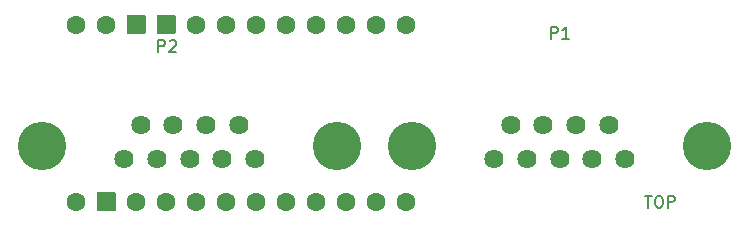
<source format=gbr>
G04 #@! TF.GenerationSoftware,KiCad,Pcbnew,(5.1.10-1-10_14)*
G04 #@! TF.CreationDate,2021-10-26T20:18:43-04:00*
G04 #@! TF.ProjectId,DaemonBite_MD2,4461656d-6f6e-4426-9974-655f4d44322e,1*
G04 #@! TF.SameCoordinates,Original*
G04 #@! TF.FileFunction,Soldermask,Top*
G04 #@! TF.FilePolarity,Negative*
%FSLAX46Y46*%
G04 Gerber Fmt 4.6, Leading zero omitted, Abs format (unit mm)*
G04 Created by KiCad (PCBNEW (5.1.10-1-10_14)) date 2021-10-26 20:18:43*
%MOMM*%
%LPD*%
G01*
G04 APERTURE LIST*
%ADD10C,0.154000*%
%ADD11C,0.150000*%
%ADD12C,4.101600*%
%ADD13C,1.625600*%
%ADD14C,1.601600*%
G04 APERTURE END LIST*
D10*
X158600476Y-104082380D02*
X159171904Y-104082380D01*
X158886190Y-105082380D02*
X158886190Y-104082380D01*
X159695714Y-104082380D02*
X159886190Y-104082380D01*
X159981428Y-104130000D01*
X160076666Y-104225238D01*
X160124285Y-104415714D01*
X160124285Y-104749047D01*
X160076666Y-104939523D01*
X159981428Y-105034761D01*
X159886190Y-105082380D01*
X159695714Y-105082380D01*
X159600476Y-105034761D01*
X159505238Y-104939523D01*
X159457619Y-104749047D01*
X159457619Y-104415714D01*
X159505238Y-104225238D01*
X159600476Y-104130000D01*
X159695714Y-104082380D01*
X160552857Y-105082380D02*
X160552857Y-104082380D01*
X160933809Y-104082380D01*
X161029047Y-104130000D01*
X161076666Y-104177619D01*
X161124285Y-104272857D01*
X161124285Y-104415714D01*
X161076666Y-104510952D01*
X161029047Y-104558571D01*
X160933809Y-104606190D01*
X160552857Y-104606190D01*
D11*
X150651904Y-90762380D02*
X150651904Y-89762380D01*
X151032857Y-89762380D01*
X151128095Y-89810000D01*
X151175714Y-89857619D01*
X151223333Y-89952857D01*
X151223333Y-90095714D01*
X151175714Y-90190952D01*
X151128095Y-90238571D01*
X151032857Y-90286190D01*
X150651904Y-90286190D01*
X152175714Y-90762380D02*
X151604285Y-90762380D01*
X151890000Y-90762380D02*
X151890000Y-89762380D01*
X151794761Y-89905238D01*
X151699523Y-90000476D01*
X151604285Y-90048095D01*
X117401904Y-91892380D02*
X117401904Y-90892380D01*
X117782857Y-90892380D01*
X117878095Y-90940000D01*
X117925714Y-90987619D01*
X117973333Y-91082857D01*
X117973333Y-91225714D01*
X117925714Y-91320952D01*
X117878095Y-91368571D01*
X117782857Y-91416190D01*
X117401904Y-91416190D01*
X118354285Y-90987619D02*
X118401904Y-90940000D01*
X118497142Y-90892380D01*
X118735238Y-90892380D01*
X118830476Y-90940000D01*
X118878095Y-90987619D01*
X118925714Y-91082857D01*
X118925714Y-91178095D01*
X118878095Y-91320952D01*
X118306666Y-91892380D01*
X118925714Y-91892380D01*
D12*
X138880000Y-99840000D03*
X163870000Y-99840000D03*
D13*
X147230000Y-98090000D03*
X150000000Y-98090000D03*
X152770000Y-98090000D03*
X155540000Y-98090000D03*
X145845000Y-100930000D03*
X148615000Y-100930000D03*
X151385000Y-100930000D03*
X154155000Y-100930000D03*
X156925000Y-100930000D03*
D12*
X107560000Y-99840000D03*
X132550000Y-99840000D03*
D13*
X115910000Y-98090000D03*
X118680000Y-98090000D03*
X121450000Y-98090000D03*
X124220000Y-98090000D03*
X114525000Y-100930000D03*
X117295000Y-100930000D03*
X120065000Y-100930000D03*
X122835000Y-100930000D03*
X125605000Y-100930000D03*
D14*
X138380000Y-89580000D03*
X135840000Y-89580000D03*
X133300000Y-89580000D03*
X130760000Y-89580000D03*
X128220000Y-89580000D03*
X125680000Y-89580000D03*
X123140000Y-89580000D03*
X120600000Y-89580000D03*
G36*
G01*
X117259200Y-90330000D02*
X117259200Y-88830000D01*
G75*
G02*
X117310000Y-88779200I50800J0D01*
G01*
X118810000Y-88779200D01*
G75*
G02*
X118860800Y-88830000I0J-50800D01*
G01*
X118860800Y-90330000D01*
G75*
G02*
X118810000Y-90380800I-50800J0D01*
G01*
X117310000Y-90380800D01*
G75*
G02*
X117259200Y-90330000I0J50800D01*
G01*
G37*
G36*
G01*
X114719200Y-90330000D02*
X114719200Y-88830000D01*
G75*
G02*
X114770000Y-88779200I50800J0D01*
G01*
X116270000Y-88779200D01*
G75*
G02*
X116320800Y-88830000I0J-50800D01*
G01*
X116320800Y-90330000D01*
G75*
G02*
X116270000Y-90380800I-50800J0D01*
G01*
X114770000Y-90380800D01*
G75*
G02*
X114719200Y-90330000I0J50800D01*
G01*
G37*
X112980000Y-89580000D03*
X110440000Y-89580000D03*
X138380000Y-104580000D03*
X135840000Y-104580000D03*
X133300000Y-104580000D03*
X130760000Y-104580000D03*
X128220000Y-104580000D03*
X125680000Y-104580000D03*
X123140000Y-104580000D03*
X120600000Y-104580000D03*
X118060000Y-104580000D03*
X115520000Y-104580000D03*
G36*
G01*
X112179200Y-105330000D02*
X112179200Y-103830000D01*
G75*
G02*
X112230000Y-103779200I50800J0D01*
G01*
X113730000Y-103779200D01*
G75*
G02*
X113780800Y-103830000I0J-50800D01*
G01*
X113780800Y-105330000D01*
G75*
G02*
X113730000Y-105380800I-50800J0D01*
G01*
X112230000Y-105380800D01*
G75*
G02*
X112179200Y-105330000I0J50800D01*
G01*
G37*
X110440000Y-104580000D03*
M02*

</source>
